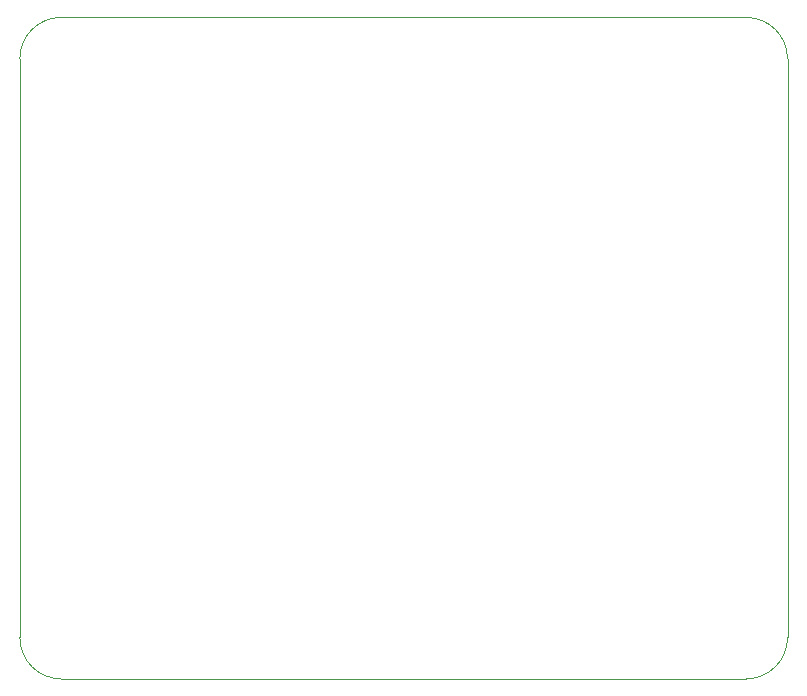
<source format=gm1>
G04 #@! TF.GenerationSoftware,KiCad,Pcbnew,7.0.9*
G04 #@! TF.CreationDate,2023-12-26T00:02:25-07:00*
G04 #@! TF.ProjectId,midi_test,6d696469-5f74-4657-9374-2e6b69636164,rev?*
G04 #@! TF.SameCoordinates,Original*
G04 #@! TF.FileFunction,Profile,NP*
%FSLAX46Y46*%
G04 Gerber Fmt 4.6, Leading zero omitted, Abs format (unit mm)*
G04 Created by KiCad (PCBNEW 7.0.9) date 2023-12-26 00:02:25*
%MOMM*%
%LPD*%
G01*
G04 APERTURE LIST*
G04 #@! TA.AperFunction,Profile*
%ADD10C,0.100000*%
G04 #@! TD*
G04 APERTURE END LIST*
D10*
X196500000Y-100000000D02*
G75*
G03*
X200000000Y-96500000I0J3500000D01*
G01*
X135000000Y-96500000D02*
G75*
G03*
X138500000Y-100000000I3500000J0D01*
G01*
X200000000Y-47500000D02*
G75*
G03*
X196500000Y-44000000I-3500000J0D01*
G01*
X200000000Y-47500000D02*
X200000000Y-96500000D01*
X138500000Y-44000000D02*
X196500000Y-44000000D01*
X135000000Y-96500000D02*
X135000000Y-47500000D01*
X138500000Y-44000000D02*
G75*
G03*
X135000000Y-47500000I0J-3500000D01*
G01*
X196500000Y-100000000D02*
X138500000Y-100000000D01*
M02*

</source>
